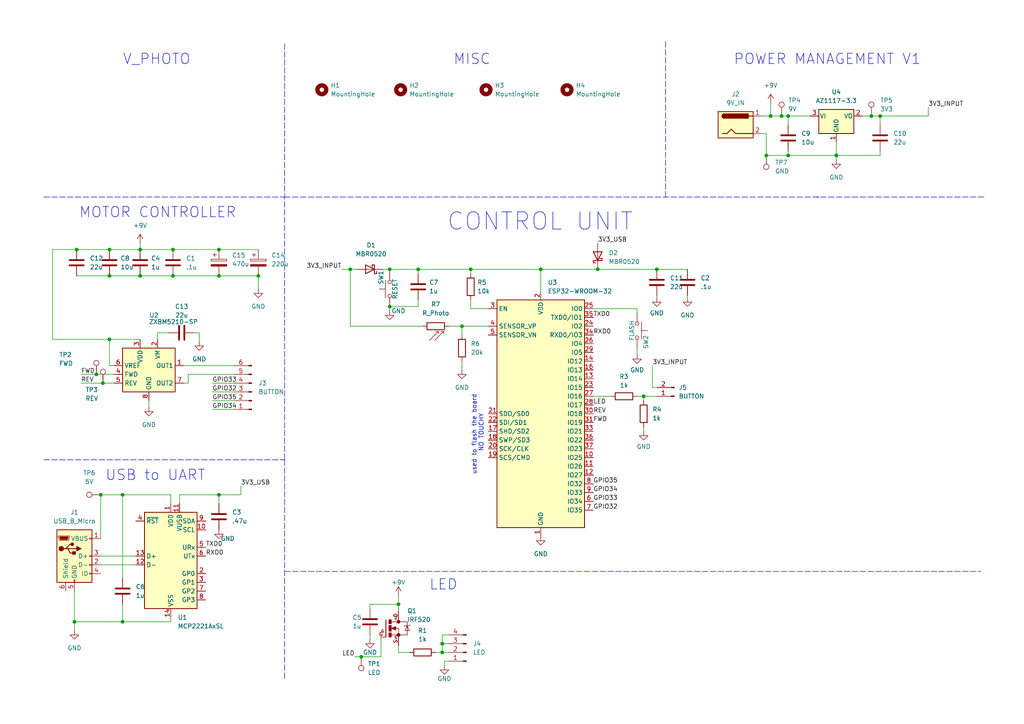
<source format=kicad_sch>
(kicad_sch (version 20211123) (generator eeschema)
  (paper "A4")
  (title_block (title "Smart Curtains") (date "2023-02-08") (rev "v0.0") (company "Davenport Konda Mauschbaugh Inc."))
  (lib_symbols
    (symbol "Connector:Barrel_Jack" (pin_names (offset 1.016))
      (property "Reference" "J" (at 0 5.334 0))
      (property "Value" "Barrel_Jack" (at 0 -5.08 0))
      (symbol "Barrel_Jack_0_1"
        (rectangle (start -5.08 3.81) (end 5.08 -3.81) (stroke (width 0.254)) (fill (type background)))
        (arc (start -3.302 3.175) (mid -3.937 2.54) (end -3.302 1.905) (stroke (width 0.254)))
        (arc (start -3.302 3.175) (mid -3.937 2.54) (end -3.302 1.905) (stroke (width 0.254)) (fill (type outline)))
        (polyline (pts (xy 5.08 2.54) (xy 3.81 2.54)) (stroke (width 0.254)))
        (polyline (pts (xy -3.81 -2.54) (xy -2.54 -2.54) (xy -1.27 -1.27) (xy 0 -2.54) (xy 2.54 -2.54) (xy 5.08 -2.54)) (stroke (width 0.254)))
        (rectangle (start 3.683 3.175) (end -3.302 1.905) (stroke (width 0.254)) (fill (type outline)))
      )
      (symbol "Barrel_Jack_1_1"
        (pin passive line (at 7.62 2.54 180) (length 2.54) (name "~") (number "1"))
        (pin passive line (at 7.62 -2.54 180) (length 2.54) (name "~") (number "2"))
      )
    )
    (symbol "Connector:Conn_01x02_Male" (pin_names (offset 1.016) hide)
      (property "Reference" "J" (at 0 2.54 0))
      (property "Value" "Conn_01x02_Male" (at 0 -5.08 0))
      (symbol "Conn_01x02_Male_1_1"
        (polyline (pts (xy 1.27 -2.54) (xy 0.8636 -2.54)) (stroke (width 0.1524)))
        (polyline (pts (xy 1.27 0) (xy 0.8636 0)) (stroke (width 0.1524)))
        (rectangle (start 0.8636 -2.413) (end 0 -2.667) (stroke (width 0.1524)) (fill (type outline)))
        (rectangle (start 0.8636 0.127) (end 0 -0.127) (stroke (width 0.1524)) (fill (type outline)))
        (pin passive line (at 5.08 0 180) (length 3.81) (name "Pin_1") (number "1"))
        (pin passive line (at 5.08 -2.54 180) (length 3.81) (name "Pin_2") (number "2"))
      )
    )
    (symbol "Connector:Conn_01x04_Male" (pin_names (offset 1.016) hide)
      (property "Reference" "J" (at 0 5.08 0))
      (property "Value" "Conn_01x04_Male" (at 0 -7.62 0))
      (symbol "Conn_01x04_Male_1_1"
        (polyline (pts (xy 1.27 -5.08) (xy 0.8636 -5.08)) (stroke (width 0.1524)))
        (polyline (pts (xy 1.27 -2.54) (xy 0.8636 -2.54)) (stroke (width 0.1524)))
        (polyline (pts (xy 1.27 0) (xy 0.8636 0)) (stroke (width 0.1524)))
        (polyline (pts (xy 1.27 2.54) (xy 0.8636 2.54)) (stroke (width 0.1524)))
        (rectangle (start 0.8636 -4.953) (end 0 -5.207) (stroke (width 0.1524)) (fill (type outline)))
        (rectangle (start 0.8636 -2.413) (end 0 -2.667) (stroke (width 0.1524)) (fill (type outline)))
        (rectangle (start 0.8636 0.127) (end 0 -0.127) (stroke (width 0.1524)) (fill (type outline)))
        (rectangle (start 0.8636 2.667) (end 0 2.413) (stroke (width 0.1524)) (fill (type outline)))
        (pin passive line (at 5.08 2.54 180) (length 3.81) (name "Pin_1") (number "1"))
        (pin passive line (at 5.08 0 180) (length 3.81) (name "Pin_2") (number "2"))
        (pin passive line (at 5.08 -2.54 180) (length 3.81) (name "Pin_3") (number "3"))
        (pin passive line (at 5.08 -5.08 180) (length 3.81) (name "Pin_4") (number "4"))
      )
    )
    (symbol "Connector:Conn_01x06_Male" (pin_names (offset 1.016) hide)
      (property "Reference" "J" (at 0 7.62 0))
      (property "Value" "Conn_01x06_Male" (at 0 -10.16 0))
      (symbol "Conn_01x06_Male_1_1"
        (polyline (pts (xy 1.27 -7.62) (xy 0.8636 -7.62)) (stroke (width 0.1524)))
        (polyline (pts (xy 1.27 -5.08) (xy 0.8636 -5.08)) (stroke (width 0.1524)))
        (polyline (pts (xy 1.27 -2.54) (xy 0.8636 -2.54)) (stroke (width 0.1524)))
        (polyline (pts (xy 1.27 0) (xy 0.8636 0)) (stroke (width 0.1524)))
        (polyline (pts (xy 1.27 2.54) (xy 0.8636 2.54)) (stroke (width 0.1524)))
        (polyline (pts (xy 1.27 5.08) (xy 0.8636 5.08)) (stroke (width 0.1524)))
        (rectangle (start 0.8636 -7.493) (end 0 -7.747) (stroke (width 0.1524)) (fill (type outline)))
        (rectangle (start 0.8636 -4.953) (end 0 -5.207) (stroke (width 0.1524)) (fill (type outline)))
        (rectangle (start 0.8636 -2.413) (end 0 -2.667) (stroke (width 0.1524)) (fill (type outline)))
        (rectangle (start 0.8636 0.127) (end 0 -0.127) (stroke (width 0.1524)) (fill (type outline)))
        (rectangle (start 0.8636 2.667) (end 0 2.413) (stroke (width 0.1524)) (fill (type outline)))
        (rectangle (start 0.8636 5.207) (end 0 4.953) (stroke (width 0.1524)) (fill (type outline)))
        (pin passive line (at 5.08 5.08 180) (length 3.81) (name "Pin_1") (number "1"))
        (pin passive line (at 5.08 2.54 180) (length 3.81) (name "Pin_2") (number "2"))
        (pin passive line (at 5.08 0 180) (length 3.81) (name "Pin_3") (number "3"))
        (pin passive line (at 5.08 -2.54 180) (length 3.81) (name "Pin_4") (number "4"))
        (pin passive line (at 5.08 -5.08 180) (length 3.81) (name "Pin_5") (number "5"))
        (pin passive line (at 5.08 -7.62 180) (length 3.81) (name "Pin_6") (number "6"))
      )
    )
    (symbol "Connector:TestPoint" (pin_numbers hide) (pin_names (offset 0.762) hide)
      (property "Reference" "TP" (at 0 6.858 0))
      (property "Value" "TestPoint" (at 0 5.08 0))
      (symbol "TestPoint_0_1"
        (circle (center 0 3.302) (radius 0.762))
      )
      (symbol "TestPoint_1_1"
        (pin passive line (at 0 0 90) (length 2.54) (name "1") (number "1"))
      )
    )
    (symbol "Connector:USB_B_Micro" (pin_names (offset 1.016))
      (property "Reference" "J" (at -5.08 11.43 0))
      (property "Value" "USB_B_Micro" (at -5.08 8.89 0))
      (symbol "USB_B_Micro_0_1"
        (rectangle (start -5.08 -7.62) (end 5.08 7.62) (stroke (width 0.254)) (fill (type background)))
        (circle (center -3.81 2.159) (radius 0.635) (stroke (width 0.254)) (fill (type outline)))
        (circle (center -0.635 3.429) (radius 0.381) (stroke (width 0.254)) (fill (type outline)))
        (rectangle (start -0.127 -7.62) (end 0.127 -6.858))
        (polyline (pts (xy -1.905 2.159) (xy 0.635 2.159)) (stroke (width 0.254)))
        (polyline (pts (xy -3.175 2.159) (xy -2.54 2.159) (xy -1.27 3.429) (xy -0.635 3.429)) (stroke (width 0.254)))
        (polyline (pts (xy -2.54 2.159) (xy -1.905 2.159) (xy -1.27 0.889) (xy 0 0.889)) (stroke (width 0.254)))
        (polyline (pts (xy 0.635 2.794) (xy 0.635 1.524) (xy 1.905 2.159) (xy 0.635 2.794)) (stroke (width 0.254)) (fill (type outline)))
        (polyline (pts (xy -4.318 5.588) (xy -1.778 5.588) (xy -2.032 4.826) (xy -4.064 4.826) (xy -4.318 5.588)) (fill (type outline)))
        (polyline (pts (xy -4.699 5.842) (xy -4.699 5.588) (xy -4.445 4.826) (xy -4.445 4.572) (xy -1.651 4.572) (xy -1.651 4.826) (xy -1.397 5.588) (xy -1.397 5.842) (xy -4.699 5.842)))
        (rectangle (start 0.254 1.27) (end -0.508 0.508) (stroke (width 0.254)) (fill (type outline)))
        (rectangle (start 5.08 -5.207) (end 4.318 -4.953))
        (rectangle (start 5.08 -2.667) (end 4.318 -2.413))
        (rectangle (start 5.08 -0.127) (end 4.318 0.127))
        (rectangle (start 5.08 4.953) (end 4.318 5.207))
      )
      (symbol "USB_B_Micro_1_1"
        (pin power_out line (at 7.62 5.08 180) (length 2.54) (name "VBUS") (number "1"))
        (pin bidirectional line (at 7.62 -2.54 180) (length 2.54) (name "D-") (number "2"))
        (pin bidirectional line (at 7.62 0 180) (length 2.54) (name "D+") (number "3"))
        (pin passive line (at 7.62 -5.08 180) (length 2.54) (name "ID") (number "4"))
        (pin power_out line (at 0 -10.16 90) (length 2.54) (name "GND") (number "5"))
        (pin passive line (at -2.54 -10.16 90) (length 2.54) (name "Shield") (number "6"))
      )
    )
    (symbol "Device:C" (pin_numbers hide) (pin_names (offset 0.254))
      (property "Reference" "C" (at 0.635 2.54 0))
      (property "Value" "C" (at 0.635 -2.54 0))
      (symbol "C_0_1"
        (polyline (pts (xy -2.032 -0.762) (xy 2.032 -0.762)) (stroke (width 0.508)))
        (polyline (pts (xy -2.032 0.762) (xy 2.032 0.762)) (stroke (width 0.508)))
      )
      (symbol "C_1_1"
        (pin passive line (at 0 3.81 270) (length 2.794) (name "~") (number "1"))
        (pin passive line (at 0 -3.81 90) (length 2.794) (name "~") (number "2"))
      )
    )
    (symbol "Device:C_Polarized" (pin_numbers hide) (pin_names (offset 0.254))
      (property "Reference" "C" (at 0.635 2.54 0))
      (property "Value" "C_Polarized" (at 0.635 -2.54 0))
      (symbol "C_Polarized_0_1"
        (rectangle (start -2.286 0.508) (end 2.286 1.016))
        (polyline (pts (xy -1.778 2.286) (xy -0.762 2.286)))
        (polyline (pts (xy -1.27 2.794) (xy -1.27 1.778)))
        (rectangle (start 2.286 -0.508) (end -2.286 -1.016) (fill (type outline)))
      )
      (symbol "C_Polarized_1_1"
        (pin passive line (at 0 3.81 270) (length 2.794) (name "~") (number "1"))
        (pin passive line (at 0 -3.81 90) (length 2.794) (name "~") (number "2"))
      )
    )
    (symbol "Device:R" (pin_numbers hide) (pin_names (offset 0))
      (property "Reference" "R" (at 2.032 0 90))
      (property "Value" "R" (at 0 0 90))
      (symbol "R_0_1"
        (rectangle (start -1.016 -2.54) (end 1.016 2.54) (stroke (width 0.254)))
      )
      (symbol "R_1_1"
        (pin passive line (at 0 3.81 270) (length 1.27) (name "~") (number "1"))
        (pin passive line (at 0 -3.81 90) (length 1.27) (name "~") (number "2"))
      )
    )
    (symbol "Device:R_Photo" (pin_numbers hide) (pin_names (offset 0))
      (property "Reference" "R" (at 1.27 1.27 0))
      (property "Value" "R_Photo" (at 1.27 0 0))
      (symbol "R_Photo_0_1"
        (rectangle (start -1.016 2.54) (end 1.016 -2.54) (stroke (width 0.254)))
        (polyline (pts (xy -1.524 -2.286) (xy -4.064 0.254)))
        (polyline (pts (xy -1.524 -2.286) (xy -2.286 -2.286)))
        (polyline (pts (xy -1.524 -2.286) (xy -1.524 -1.524)))
        (polyline (pts (xy -1.524 -0.762) (xy -4.064 1.778)))
        (polyline (pts (xy -1.524 -0.762) (xy -2.286 -0.762)))
        (polyline (pts (xy -1.524 -0.762) (xy -1.524 0)))
      )
      (symbol "R_Photo_1_1"
        (pin passive line (at 0 3.81 270) (length 1.27) (name "~") (number "1"))
        (pin passive line (at 0 -3.81 90) (length 1.27) (name "~") (number "2"))
      )
    )
    (symbol "Diode:MBR0520" (pin_numbers hide) (pin_names (offset 1.016) hide)
      (property "Reference" "D" (at 0 2.54 0))
      (property "Value" "MBR0520" (at 0 -2.54 0))
      (symbol "MBR0520_0_1"
        (polyline (pts (xy 1.27 0) (xy -1.27 0)))
        (polyline (pts (xy 1.27 1.27) (xy 1.27 -1.27) (xy -1.27 0) (xy 1.27 1.27)) (stroke (width 0.254)))
        (polyline (pts (xy -1.905 0.635) (xy -1.905 1.27) (xy -1.27 1.27) (xy -1.27 -1.27) (xy -0.635 -1.27) (xy -0.635 -0.635)) (stroke (width 0.254)))
      )
      (symbol "MBR0520_1_1"
        (pin passive line (at -3.81 0 0) (length 2.54) (name "K") (number "1"))
        (pin passive line (at 3.81 0 180) (length 2.54) (name "A") (number "2"))
      )
    )
    (symbol "Driver_Motor:ZXBM5210-SP"
      (property "Reference" "U" (at -7.62 8.89 0))
      (property "Value" "ZXBM5210-SP" (at 10.16 8.89 0))
      (symbol "ZXBM5210-SP_0_0"
        (pin output line (at 10.16 2.54 180) (length 2.54) (name "OUT1") (number "1"))
        (pin power_in line (at 2.54 10.16 270) (length 2.54) (name "VM") (number "2"))
        (pin power_in line (at -2.54 10.16 270) (length 2.54) (name "VDD") (number "3"))
        (pin input line (at -10.16 0 0) (length 2.54) (name "FWD") (number "4"))
        (pin input line (at -10.16 -2.54 0) (length 2.54) (name "REV") (number "5"))
        (pin input line (at -10.16 2.54 0) (length 2.54) (name "VREF") (number "6"))
        (pin output line (at 10.16 -2.54 180) (length 2.54) (name "OUT2") (number "7"))
        (pin power_in line (at 0 -7.62 90) (length 2.54) (name "GND") (number "8"))
        (pin passive line (at 0 -7.62 90) (length 2.54) hide (name "GND") (number "9"))
      )
      (symbol "ZXBM5210-SP_0_1"
        (rectangle (start -7.62 7.62) (end 7.62 -5.08) (stroke (width 0.254)) (fill (type background)))
      )
    )
    (symbol "IRF520:IRF520" (pin_names (offset 1.016))
      (property "Reference" "Q" (at 7.6271 2.5424 0))
      (property "Value" "IRF520" (at 7.6205 0 0))
      (symbol "IRF520_0_0"
        (rectangle (start -0.254 -2.5402) (end 0.508 -1.27) (stroke (width 0.1)) (fill (type outline)))
        (rectangle (start -0.2542 -0.8897) (end 0.508 0.889) (stroke (width 0.1)) (fill (type outline)))
        (rectangle (start -0.2542 1.2709) (end 0.508 2.54) (stroke (width 0.1)) (fill (type outline)))
        (polyline (pts (xy -1.1176 -2.54) (xy -2.54 -2.54)) (stroke (width 0.1524)))
        (polyline (pts (xy -1.1176 2.413) (xy -1.1176 -2.54)) (stroke (width 0.254)))
        (polyline (pts (xy 0.508 -1.905) (xy 2.54 -1.905)) (stroke (width 0.1524)))
        (polyline (pts (xy 0.508 0) (xy 1.778 -0.508)) (stroke (width 0.1524)))
        (polyline (pts (xy 0.762 0) (xy 1.651 -0.254)) (stroke (width 0.3048)))
        (polyline (pts (xy 1.651 -0.254) (xy 1.651 0)) (stroke (width 0.3048)))
        (polyline (pts (xy 1.651 0) (xy 1.397 0)) (stroke (width 0.3048)))
        (polyline (pts (xy 1.651 0) (xy 2.54 0)) (stroke (width 0.1524)))
        (polyline (pts (xy 1.651 0.254) (xy 0.762 0)) (stroke (width 0.3048)))
        (polyline (pts (xy 1.778 -0.508) (xy 1.778 0.508)) (stroke (width 0.1524)))
        (polyline (pts (xy 1.778 0.508) (xy 0.508 0)) (stroke (width 0.1524)))
        (polyline (pts (xy 2.54 -1.905) (xy 2.54 -2.54)) (stroke (width 0.1524)))
        (polyline (pts (xy 2.54 0) (xy 2.54 -1.905)) (stroke (width 0.1524)))
        (polyline (pts (xy 2.54 1.905) (xy 0.5334 1.905)) (stroke (width 0.1524)))
        (polyline (pts (xy 2.54 1.905) (xy 5.08 1.905)) (stroke (width 0.1524)))
        (polyline (pts (xy 2.54 2.54) (xy 2.54 1.905)) (stroke (width 0.1524)))
        (polyline (pts (xy 4.445 -0.635) (xy 5.715 -0.635)) (stroke (width 0.1524)))
        (polyline (pts (xy 4.445 0.762) (xy 4.191 0.508)) (stroke (width 0.1524)))
        (polyline (pts (xy 4.445 0.762) (xy 5.08 0.762)) (stroke (width 0.1524)))
        (polyline (pts (xy 5.08 -1.905) (xy 2.54 -1.905)) (stroke (width 0.1524)))
        (polyline (pts (xy 5.08 0.762) (xy 4.445 -0.635)) (stroke (width 0.1524)))
        (polyline (pts (xy 5.08 0.762) (xy 5.08 -1.905)) (stroke (width 0.1524)))
        (polyline (pts (xy 5.08 0.762) (xy 5.715 0.762)) (stroke (width 0.1524)))
        (polyline (pts (xy 5.08 1.905) (xy 5.08 0.762)) (stroke (width 0.1524)))
        (polyline (pts (xy 5.715 -0.635) (xy 5.08 0.762)) (stroke (width 0.1524)))
        (polyline (pts (xy 5.715 0.762) (xy 5.969 1.016)) (stroke (width 0.1524)))
        (circle (center 2.54 -1.905) (radius 0.127) (stroke (width 0.4064)))
        (circle (center 2.54 1.905) (radius 0.127) (stroke (width 0.4064)))
        (text "D" (at 1.2721 2.5442 0) (effects (font (size 0.8141 0.8141)) (justify left bottom)))
        (text "G" (at -2.544 -1.272 0) (effects (font (size 0.8141 0.8141)) (justify left bottom)))
        (text "S" (at 1.2715 -3.1788 0) (effects (font (size 0.8138 0.8138)) (justify left bottom)))
        (pin passive line (at 2.54 5.08 270) (length 2.54) (name "~") (number "D"))
        (pin passive line (at -2.54 -2.54 0) (length 0) (name "~") (number "G"))
        (pin passive line (at 2.54 -5.08 90) (length 2.54) (name "~") (number "S"))
      )
    )
    (symbol "Interface_USB:MCP2221AxSL"
      (property "Reference" "U" (at -7.62 16.51 0))
      (property "Value" "MCP2221AxSL" (at 12.7 16.51 0))
      (symbol "MCP2221AxSL_0_1"
        (rectangle (start -7.62 15.24) (end 7.62 -12.7) (stroke (width 0.254)) (fill (type background)))
      )
      (symbol "MCP2221AxSL_1_1"
        (pin power_in line (at 0 17.78 270) (length 2.54) (name "VDD") (number "1"))
        (pin bidirectional line (at 10.16 10.16 180) (length 2.54) (name "SCL") (number "10"))
        (pin passive line (at 2.54 17.78 270) (length 2.54) (name "VUSB") (number "11"))
        (pin bidirectional line (at -10.16 0 0) (length 2.54) (name "D-") (number "12"))
        (pin bidirectional line (at -10.16 2.54 0) (length 2.54) (name "D+") (number "13"))
        (pin power_in line (at 0 -15.24 90) (length 2.54) (name "VSS") (number "14"))
        (pin bidirectional line (at 10.16 -2.54 180) (length 2.54) (name "GP0") (number "2"))
        (pin bidirectional line (at 10.16 -5.08 180) (length 2.54) (name "GP1") (number "3"))
        (pin input line (at -10.16 12.7 0) (length 2.54) (name "~{RST}") (number "4"))
        (pin input line (at 10.16 5.08 180) (length 2.54) (name "URx") (number "5"))
        (pin output line (at 10.16 2.54 180) (length 2.54) (name "UTx") (number "6"))
        (pin bidirectional line (at 10.16 -7.62 180) (length 2.54) (name "GP2") (number "7"))
        (pin bidirectional line (at 10.16 -10.16 180) (length 2.54) (name "GP3") (number "8"))
        (pin bidirectional line (at 10.16 12.7 180) (length 2.54) (name "SDA") (number "9"))
      )
    )
    (symbol "Mechanical:MountingHole" (pin_names (offset 1.016))
      (property "Reference" "H" (at 0 5.08 0))
      (property "Value" "MountingHole" (at 0 3.175 0))
      (symbol "MountingHole_0_1"
        (circle (center 0 0) (radius 1.27) (stroke (width 1.27)))
      )
    )
    (symbol "RF_Module:ESP32-WROOM-32"
      (property "Reference" "U" (at -12.7 34.29 0))
      (property "Value" "ESP32-WROOM-32" (at 1.27 34.29 0))
      (symbol "ESP32-WROOM-32_0_1"
        (rectangle (start -12.7 33.02) (end 12.7 -33.02) (stroke (width 0.254)) (fill (type background)))
      )
      (symbol "ESP32-WROOM-32_1_1"
        (pin power_in line (at 0 -35.56 90) (length 2.54) (name "GND") (number "1"))
        (pin bidirectional line (at 15.24 -12.7 180) (length 2.54) (name "IO25") (number "10"))
        (pin bidirectional line (at 15.24 -15.24 180) (length 2.54) (name "IO26") (number "11"))
        (pin bidirectional line (at 15.24 -17.78 180) (length 2.54) (name "IO27") (number "12"))
        (pin bidirectional line (at 15.24 10.16 180) (length 2.54) (name "IO14") (number "13"))
        (pin bidirectional line (at 15.24 15.24 180) (length 2.54) (name "IO12") (number "14"))
        (pin passive line (at 0 -35.56 90) (length 2.54) hide (name "GND") (number "15"))
        (pin bidirectional line (at 15.24 12.7 180) (length 2.54) (name "IO13") (number "16"))
        (pin bidirectional line (at -15.24 -5.08 0) (length 2.54) (name "SHD/SD2") (number "17"))
        (pin bidirectional line (at -15.24 -7.62 0) (length 2.54) (name "SWP/SD3") (number "18"))
        (pin bidirectional line (at -15.24 -12.7 0) (length 2.54) (name "SCS/CMD") (number "19"))
        (pin power_in line (at 0 35.56 270) (length 2.54) (name "VDD") (number "2"))
        (pin bidirectional line (at -15.24 -10.16 0) (length 2.54) (name "SCK/CLK") (number "20"))
        (pin bidirectional line (at -15.24 0 0) (length 2.54) (name "SDO/SD0") (number "21"))
        (pin bidirectional line (at -15.24 -2.54 0) (length 2.54) (name "SDI/SD1") (number "22"))
        (pin bidirectional line (at 15.24 7.62 180) (length 2.54) (name "IO15") (number "23"))
        (pin bidirectional line (at 15.24 25.4 180) (length 2.54) (name "IO2") (number "24"))
        (pin bidirectional line (at 15.24 30.48 180) (length 2.54) (name "IO0") (number "25"))
        (pin bidirectional line (at 15.24 20.32 180) (length 2.54) (name "IO4") (number "26"))
        (pin bidirectional line (at 15.24 5.08 180) (length 2.54) (name "IO16") (number "27"))
        (pin bidirectional line (at 15.24 2.54 180) (length 2.54) (name "IO17") (number "28"))
        (pin bidirectional line (at 15.24 17.78 180) (length 2.54) (name "IO5") (number "29"))
        (pin input line (at -15.24 30.48 0) (length 2.54) (name "EN") (number "3"))
        (pin bidirectional line (at 15.24 0 180) (length 2.54) (name "IO18") (number "30"))
        (pin bidirectional line (at 15.24 -2.54 180) (length 2.54) (name "IO19") (number "31"))
        (pin no_connect line (at -12.7 -27.94 0) (length 2.54) hide (name "NC") (number "32"))
        (pin bidirectional line (at 15.24 -5.08 180) (length 2.54) (name "IO21") (number "33"))
        (pin bidirectional line (at 15.24 22.86 180) (length 2.54) (name "RXD0/IO3") (number "34"))
        (pin bidirectional line (at 15.24 27.94 180) (length 2.54) (name "TXD0/IO1") (number "35"))
        (pin bidirectional line (at 15.24 -7.62 180) (length 2.54) (name "IO22") (number "36"))
        (pin bidirectional line (at 15.24 -10.16 180) (length 2.54) (name "IO23") (number "37"))
        (pin passive line (at 0 -35.56 90) (length 2.54) hide (name "GND") (number "38"))
        (pin passive line (at 0 -35.56 90) (length 2.54) hide (name "GND") (number "39"))
        (pin input line (at -15.24 25.4 0) (length 2.54) (name "SENSOR_VP") (number "4"))
        (pin input line (at -15.24 22.86 0) (length 2.54) (name "SENSOR_VN") (number "5"))
        (pin input line (at 15.24 -25.4 180) (length 2.54) (name "IO34") (number "6"))
        (pin input line (at 15.24 -27.94 180) (length 2.54) (name "IO35") (number "7"))
        (pin bidirectional line (at 15.24 -20.32 180) (length 2.54) (name "IO32") (number "8"))
        (pin bidirectional line (at 15.24 -22.86 180) (length 2.54) (name "IO33") (number "9"))
      )
    )
    (symbol "Regulator_Linear:AZ1117-3.3" (pin_names (offset 0.254))
      (property "Reference" "U" (at -3.81 3.175 0))
      (property "Value" "AZ1117-3.3" (at 0 3.175 0))
      (symbol "AZ1117-3.3_0_1"
        (rectangle (start -5.08 1.905) (end 5.08 -5.08) (stroke (width 0.254)) (fill (type background)))
      )
      (symbol "AZ1117-3.3_1_1"
        (pin power_in line (at 0 -7.62 90) (length 2.54) (name "GND") (number "1"))
        (pin power_out line (at 7.62 0 180) (length 2.54) (name "VO") (number "2"))
        (pin power_in line (at -7.62 0 0) (length 2.54) (name "VI") (number "3"))
      )
    )
    (symbol "Switch:SW_Push" (pin_numbers hide) (pin_names (offset 1.016) hide)
      (property "Reference" "SW" (at 1.27 2.54 0))
      (property "Value" "SW_Push" (at 0 -1.524 0))
      (symbol "SW_Push_0_1"
        (circle (center -2.032 0) (radius 0.508))
        (polyline (pts (xy 0 1.27) (xy 0 3.048)))
        (polyline (pts (xy 2.54 1.27) (xy -2.54 1.27)))
        (circle (center 2.032 0) (radius 0.508))
        (pin passive line (at -5.08 0 0) (length 2.54) (name "1") (number "1"))
        (pin passive line (at 5.08 0 180) (length 2.54) (name "2") (number "2"))
      )
    )
    (symbol "power:+9V" (power) (pin_names (offset 0))
      (property "Value" "+9V" (at 0 3.556 0))
      (symbol "+9V_0_1"
        (polyline (pts (xy -0.762 1.27) (xy 0 2.54)))
        (polyline (pts (xy 0 0) (xy 0 2.54)))
        (polyline (pts (xy 0 2.54) (xy 0.762 1.27)))
      )
      (symbol "+9V_1_1"
        (pin power_in line (at 0 0 90) (length 0) hide (name "+9V") (number "1"))
      )
    )
    (symbol "power:GND" (power) (pin_names (offset 0))
      (property "Value" "GND" (at 0 -3.81 0))
      (symbol "GND_0_1"
        (polyline (pts (xy 0 0) (xy 0 -1.27) (xy 1.27 -1.27) (xy 0 -2.54) (xy -1.27 -1.27) (xy 0 -1.27)))
      )
      (symbol "GND_1_1"
        (pin power_in line (at 0 0 270) (length 0) hide (name "GND") (number "1"))
      )
    )
  )
  (junction (at 223.52 33.655))
  (junction (at 242.57 45.085))
  (junction (at 133.985 94.615))
  (junction (at 63.5 143.51))
  (junction (at 50.165 72.39))
  (junction (at 50.165 80.01))
  (junction (at 113.03 78.105))
  (junction (at 136.525 78.105))
  (junction (at 226.695 33.655))
  (junction (at 63.5 80.01))
  (junction (at 31.75 72.39))
  (junction (at 101.6 78.105))
  (junction (at 156.845 78.105))
  (junction (at 35.56 143.51))
  (junction (at 128.27 189.23))
  (junction (at 121.285 78.105))
  (junction (at 104.775 190.5))
  (junction (at 173.355 78.105))
  (junction (at 31.75 80.01))
  (junction (at 228.6 45.085))
  (junction (at 29.21 143.51))
  (junction (at 35.56 180.34))
  (junction (at 31.75 98.425))
  (junction (at 40.64 72.39))
  (junction (at 222.25 45.085))
  (junction (at 255.27 33.655))
  (junction (at 252.73 33.655))
  (junction (at 228.6 33.655))
  (junction (at 128.27 186.69))
  (junction (at 186.69 114.935))
  (junction (at 115.57 175.26))
  (junction (at 21.59 180.34))
  (junction (at 190.5 78.105))
  (junction (at 27.94 108.585))
  (junction (at 40.64 80.01))
  (junction (at 63.5 72.39))
  (junction (at 113.03 88.9))
  (junction (at 74.93 80.01))
  (junction (at 29.845 111.125))
  (junction (at 22.225 72.39))
  (wire (pts (xy 40.64 80.01) (xy 50.165 80.01)))
  (wire (pts (xy 186.69 114.935) (xy 190.5 114.935)))
  (wire (pts (xy 31.75 106.045) (xy 33.02 106.045)))
  (wire (pts (xy 255.27 33.655) (xy 255.27 36.195)))
  (wire (pts (xy 63.5 80.01) (xy 74.93 80.01)))
  (wire (pts (xy 31.75 72.39) (xy 40.64 72.39)))
  (wire (pts (xy 172.085 114.935) (xy 177.165 114.935)))
  (wire (pts (xy 101.6 78.105) (xy 103.505 78.105)))
  (wire (pts (xy 29.845 111.125) (xy 33.02 111.125)))
  (wire (pts (xy 242.57 45.085) (xy 242.57 46.355)))
  (wire (pts (xy 29.21 163.83) (xy 39.37 163.83)))
  (wire (pts (xy 184.785 89.535) (xy 184.785 90.805)))
  (wire (pts (xy 69.85 140.97) (xy 69.85 143.51)))
  (wire (pts (xy 190.5 78.105) (xy 199.39 78.105)))
  (wire (pts (xy 113.03 88.9) (xy 113.03 90.17)))
  (wire (pts (xy 15.24 98.425) (xy 31.75 98.425)))
  (wire (pts (xy 130.175 186.69) (xy 128.27 186.69)))
  (wire (pts (xy 141.605 89.535) (xy 136.525 89.535)))
  (wire (pts (xy 113.03 78.105) (xy 113.03 78.74)))
  (wire (pts (xy 133.985 94.615) (xy 141.605 94.615)))
  (polyline (pts (xy 193.04 12.065) (xy 193.04 57.15)))
  (wire (pts (xy 63.5 146.05) (xy 63.5 143.51)))
  (wire (pts (xy 45.72 96.52) (xy 48.895 96.52)))
  (polyline (pts (xy 82.55 165.735) (xy 284.48 165.735)))
  (wire (pts (xy 29.21 161.29) (xy 39.37 161.29)))
  (wire (pts (xy 52.07 146.05) (xy 52.07 143.51)))
  (wire (pts (xy 173.355 78.105) (xy 190.5 78.105)))
  (wire (pts (xy 99.06 78.105) (xy 101.6 78.105)))
  (wire (pts (xy 40.64 72.39) (xy 50.165 72.39)))
  (wire (pts (xy 128.27 189.23) (xy 130.175 189.23)))
  (wire (pts (xy 101.6 78.105) (xy 101.6 94.615)))
  (wire (pts (xy 50.165 72.39) (xy 63.5 72.39)))
  (wire (pts (xy 189.23 106.045) (xy 189.23 112.395)))
  (wire (pts (xy 111.125 78.105) (xy 113.03 78.105)))
  (wire (pts (xy 121.285 88.9) (xy 121.285 86.995)))
  (wire (pts (xy 156.845 78.105) (xy 173.355 78.105)))
  (polyline (pts (xy 82.55 57.15) (xy 285.75 57.15)))
  (wire (pts (xy 40.64 70.485) (xy 40.64 72.39)))
  (wire (pts (xy 128.27 184.15) (xy 130.175 184.15)))
  (wire (pts (xy 228.6 45.085) (xy 242.57 45.085)))
  (wire (pts (xy 136.525 78.105) (xy 136.525 79.375)))
  (wire (pts (xy 102.87 190.5) (xy 104.775 190.5)))
  (wire (pts (xy 115.57 175.26) (xy 107.315 175.26)))
  (wire (pts (xy 172.085 89.535) (xy 184.785 89.535)))
  (wire (pts (xy 190.5 112.395) (xy 189.23 112.395)))
  (wire (pts (xy 199.39 85.725) (xy 199.39 86.36)))
  (wire (pts (xy 35.56 143.51) (xy 35.56 167.64)))
  (wire (pts (xy 23.495 111.125) (xy 29.845 111.125)))
  (wire (pts (xy 242.57 45.085) (xy 255.27 45.085)))
  (wire (pts (xy 184.785 100.965) (xy 184.785 102.87)))
  (wire (pts (xy 228.6 33.655) (xy 234.95 33.655)))
  (wire (pts (xy 130.175 94.615) (xy 133.985 94.615)))
  (wire (pts (xy 53.34 111.125) (xy 54.61 111.125)))
  (wire (pts (xy 115.57 189.23) (xy 118.745 189.23)))
  (wire (pts (xy 23.495 108.585) (xy 27.94 108.585)))
  (wire (pts (xy 184.785 114.935) (xy 186.69 114.935)))
  (wire (pts (xy 15.24 72.39) (xy 15.24 98.425)))
  (wire (pts (xy 107.315 175.26) (xy 107.315 176.53)))
  (wire (pts (xy 128.905 193.04) (xy 128.905 191.77)))
  (wire (pts (xy 56.515 96.52) (xy 57.785 96.52)))
  (wire (pts (xy 156.845 78.105) (xy 136.525 78.105)))
  (wire (pts (xy 121.285 78.105) (xy 121.285 79.375)))
  (wire (pts (xy 255.27 43.815) (xy 255.27 45.085)))
  (wire (pts (xy 21.59 180.34) (xy 35.56 180.34)))
  (wire (pts (xy 54.61 111.125) (xy 54.61 108.585)))
  (wire (pts (xy 255.27 33.655) (xy 269.24 33.655)))
  (wire (pts (xy 133.985 104.775) (xy 133.985 107.315)))
  (wire (pts (xy 104.775 190.5) (xy 110.49 190.5)))
  (wire (pts (xy 228.6 43.815) (xy 228.6 45.085)))
  (wire (pts (xy 186.69 123.825) (xy 186.69 125.095)))
  (wire (pts (xy 49.53 143.51) (xy 49.53 146.05)))
  (wire (pts (xy 156.845 78.105) (xy 156.845 84.455)))
  (wire (pts (xy 220.98 33.655) (xy 223.52 33.655)))
  (wire (pts (xy 128.905 191.77) (xy 130.175 191.77)))
  (wire (pts (xy 115.57 172.72) (xy 115.57 175.26)))
  (wire (pts (xy 21.59 180.34) (xy 21.59 182.88)))
  (wire (pts (xy 128.27 186.69) (xy 128.27 184.15)))
  (wire (pts (xy 223.52 33.655) (xy 226.695 33.655)))
  (wire (pts (xy 27.94 108.585) (xy 33.02 108.585)))
  (wire (pts (xy 52.07 143.51) (xy 63.5 143.51)))
  (wire (pts (xy 22.225 72.39) (xy 15.24 72.39)))
  (wire (pts (xy 101.6 94.615) (xy 122.555 94.615)))
  (wire (pts (xy 63.5 72.39) (xy 74.93 72.39)))
  (wire (pts (xy 35.56 143.51) (xy 49.53 143.51)))
  (wire (pts (xy 31.75 98.425) (xy 40.64 98.425)))
  (wire (pts (xy 121.285 78.105) (xy 136.525 78.105)))
  (wire (pts (xy 115.57 175.26) (xy 115.57 177.165)))
  (wire (pts (xy 50.165 80.01) (xy 63.5 80.01)))
  (wire (pts (xy 250.19 33.655) (xy 252.73 33.655)))
  (wire (pts (xy 220.98 38.735) (xy 222.25 38.735)))
  (wire (pts (xy 226.695 33.655) (xy 228.6 33.655)))
  (polyline (pts (xy 12.7 133.35) (xy 82.55 133.35)))
  (wire (pts (xy 61.595 113.665) (xy 67.945 113.665)))
  (wire (pts (xy 29.21 143.51) (xy 35.56 143.51)))
  (wire (pts (xy 31.75 98.425) (xy 31.75 106.045)))
  (wire (pts (xy 107.315 184.15) (xy 107.315 185.42)))
  (polyline (pts (xy 236.855 57.15) (xy 237.49 57.15)))
  (wire (pts (xy 190.5 85.725) (xy 190.5 86.36)))
  (wire (pts (xy 252.73 33.655) (xy 255.27 33.655)))
  (wire (pts (xy 57.785 96.52) (xy 57.785 99.06)))
  (wire (pts (xy 43.18 116.205) (xy 43.18 118.11)))
  (wire (pts (xy 54.61 108.585) (xy 67.945 108.585)))
  (wire (pts (xy 156.845 77.47) (xy 156.845 78.105)))
  (wire (pts (xy 133.985 94.615) (xy 133.985 97.155)))
  (polyline (pts (xy 12.7 57.15) (xy 82.55 57.15)))
  (wire (pts (xy 61.595 111.125) (xy 67.945 111.125)))
  (wire (pts (xy 115.57 187.325) (xy 115.57 189.23)))
  (wire (pts (xy 222.25 45.085) (xy 228.6 45.085)))
  (polyline (pts (xy 82.55 12.7) (xy 82.55 133.35)))
  (wire (pts (xy 126.365 189.23) (xy 128.27 189.23)))
  (wire (pts (xy 22.225 72.39) (xy 31.75 72.39)))
  (wire (pts (xy 222.25 38.735) (xy 222.25 45.085)))
  (wire (pts (xy 186.69 114.935) (xy 186.69 116.205)))
  (wire (pts (xy 31.75 80.01) (xy 40.64 80.01)))
  (wire (pts (xy 110.49 184.785) (xy 110.49 190.5)))
  (wire (pts (xy 49.53 180.34) (xy 49.53 179.07)))
  (wire (pts (xy 21.59 171.45) (xy 21.59 180.34)))
  (wire (pts (xy 35.56 175.26) (xy 35.56 180.34)))
  (wire (pts (xy 63.5 143.51) (xy 69.85 143.51)))
  (wire (pts (xy 22.225 80.01) (xy 31.75 80.01)))
  (wire (pts (xy 269.24 31.115) (xy 269.24 33.655)))
  (wire (pts (xy 29.21 156.21) (xy 29.21 143.51)))
  (wire (pts (xy 128.27 186.69) (xy 128.27 189.23)))
  (wire (pts (xy 242.57 41.275) (xy 242.57 45.085)))
  (wire (pts (xy 53.34 106.045) (xy 67.945 106.045)))
  (polyline (pts (xy 82.55 133.35) (xy 82.55 196.85)))
  (wire (pts (xy 35.56 180.34) (xy 49.53 180.34)))
  (wire (pts (xy 121.285 78.105) (xy 113.03 78.105)))
  (wire (pts (xy 113.03 88.9) (xy 121.285 88.9)))
  (wire (pts (xy 74.93 80.01) (xy 74.93 83.82)))
  (wire (pts (xy 61.595 118.745) (xy 67.945 118.745)))
  (wire (pts (xy 228.6 33.655) (xy 228.6 36.195)))
  (wire (pts (xy 45.72 98.425) (xy 45.72 96.52)))
  (wire (pts (xy 223.52 29.845) (xy 223.52 33.655)))
  (wire (pts (xy 61.595 116.205) (xy 67.945 116.205)))
  (wire (pts (xy 136.525 86.995) (xy 136.525 89.535)))
  (text "V_PHOTO" (at 35.56 19.05 0) (effects (font (size 3 3)) (justify left bottom)))
  (text "used to flash the board\n	  NO TOUCHY" (at 140.335 137.795 90) (effects (font (size 1.27 1.27)) (justify left bottom)))
  (text "LED" (at 124.46 171.45 0) (effects (font (size 3 3)) (justify left bottom)))
  (text "POWER MANAGEMENT V1" (at 212.725 19.05 0) (effects (font (size 3 3)) (justify left bottom)))
  (text "CONTROL UNIT" (at 129.54 67.31 0) (effects (font (size 5 5)) (justify left bottom)))
  (text "MOTOR CONTROLLER" (at 22.86 63.5 0) (effects (font (size 3 3)) (justify left bottom)))
  (text "MISC" (at 131.445 19.05 0) (effects (font (size 3 3)) (justify left bottom)))
  (text "USB to UART" (at 30.48 139.7 0) (effects (font (size 3 3)) (justify left bottom)))
  (label "3V3_INPUT" (at 189.23 106.045 0))
  (label "FWD" (at 172.085 122.555 0))
  (label "LED" (at 172.085 117.475 0))
  (label "GPIO32" (at 61.595 113.665 0))
  (label "GPIO34" (at 172.085 142.875 0))
  (label "3V3_USB" (at 69.85 140.97 0))
  (label "TXD0" (at 172.085 92.075 0))
  (label "LED" (at 102.87 190.5 180))
  (label "GPIO35" (at 172.085 140.335 0))
  (label "GPIO34" (at 61.595 118.745 0))
  (label "REV" (at 172.085 120.015 0))
  (label "3V3_INPUT" (at 99.06 78.105 180))
  (label "GPIO33" (at 172.085 145.415 0))
  (label "GPIO35" (at 61.595 116.205 0))
  (label "TXD0" (at 59.69 158.75 0))
  (label "GPIO33" (at 61.595 111.125 0))
  (label "3V3_INPUT" (at 269.24 31.115 0))
  (label "FWD" (at 23.495 108.585 0))
  (label "RXD0" (at 172.085 97.155 0))
  (label "RXD0" (at 59.69 161.29 0))
  (label "GPIO32" (at 172.085 147.955 0))
  (label "REV" (at 23.495 111.125 0))
  (label "3V3_USB" (at 173.355 70.485 0))
  (symbol (lib_id "Regulator_Linear:AZ1117-3.3") (at 242.57 33.655 0) (unit 1)
    (property "Reference" "U4" (at 242.57 26.67 0))
    (property "Value" "AZ1117-3.3" (at 242.57 29.21 0))
    (property "Footprint" "Package_TO_SOT_SMD:SOT-89-3_Handsoldering" (effects hide))
    (property "Datasheet" "https://www.diodes.com/assets/Datasheets/AZ1117.pdf" (effects hide))
  )
  (symbol (lib_id "power:GND") (at 186.69 125.095 0) (unit 1)
    (property "Reference" "#PWR0102" (effects hide))
    (property "Value" "GND" (at 186.69 129.54 0))
  )
  (symbol (lib_id "power:GND") (at 128.905 193.04 0) (unit 1)
    (property "Reference" "#PWR017" (effects hide))
    (property "Value" "GND" (at 128.905 196.85 0))
  )
  (symbol (lib_id "Diode:MBR0520") (at 173.355 74.295 90) (unit 1)
    (property "Reference" "D2" (at 176.53 73.3424 90) (effects (justify right)))
    (property "Value" "MBR0520" (at 176.53 75.8824 90) (effects (justify right)))
    (property "Footprint" "Diode_SMD:D_SOD-123" (effects hide))
    (property "Datasheet" "http://www.mccsemi.com/up_pdf/MBR0520~MBR0580(SOD123).pdf" (effects hide))
  )
  (symbol (lib_id "power:GND") (at 242.57 46.355 0) (unit 1)
    (property "Reference" "#PWR026" (effects hide))
    (property "Value" "GND" (at 242.57 51.435 0))
  )
  (symbol (lib_id "power:GND") (at 21.59 182.88 0) (unit 1)
    (property "Reference" "#PWR03" (effects hide))
    (property "Value" "GND" (at 21.59 187.96 0))
  )
  (symbol (lib_id "Switch:SW_Push") (at 184.785 95.885 270) (unit 1)
    (property "Reference" "SW2" (at 187.325 97.155 0) (effects (justify left)))
    (property "Value" "FLASH" (at 183.261 95.885 0))
    (property "Footprint" "Button_Switch_THT:SW_PUSH_6mm" (effects hide))
  )
  (symbol (lib_id "power:GND") (at 57.785 99.06 0) (unit 1)
    (property "Reference" "#PWR05" (effects hide))
    (property "Value" "GND" (at 57.785 104.14 0))
  )
  (symbol (lib_id "power:+9V") (at 40.64 70.485 0) (unit 1)
    (property "Reference" "#PWR06" (effects hide))
    (property "Value" "+9V" (at 40.64 65.405 0))
  )
  (symbol (lib_id "Device:C") (at 35.56 171.45 0) (unit 1)
    (property "Reference" "C6" (at 39.37 170.1799 0) (effects (justify left)))
    (property "Value" "1u" (at 39.37 172.7199 0) (effects (justify left)))
    (property "Footprint" "Capacitor_SMD:C_0805_2012Metric_Pad1.18x1.45mm_HandSolder" (effects hide))
  )
  (symbol (lib_id "Device:C") (at 22.225 76.2 0) (unit 1)
    (property "Reference" "C12" (at 26.035 74.9299 0) (effects (justify left)))
    (property "Value" "22u" (at 26.035 77.4699 0) (effects (justify left)))
    (property "Footprint" "Capacitor_SMD:C_0805_2012Metric_Pad1.18x1.45mm_HandSolder" (effects hide))
  )
  (symbol (lib_id "Device:C_Polarized") (at 74.93 76.2 0) (unit 1)
    (property "Reference" "C14" (at 78.74 74.0409 0) (effects (justify left)))
    (property "Value" "220u" (at 78.74 76.5809 0) (effects (justify left)))
    (property "Footprint" "Capacitor_THT:CP_Radial_D8.0mm_P3.50mm" (effects hide))
  )
  (symbol (lib_id "Device:C_Polarized") (at 63.5 76.2 0) (unit 1)
    (property "Reference" "C15" (at 67.31 74.0409 0) (effects (justify left)))
    (property "Value" "470u" (at 67.31 76.5809 0) (effects (justify left)))
    (property "Footprint" "Capacitor_THT:CP_Radial_D10.0mm_P5.00mm" (effects hide))
  )
  (symbol (lib_id "power:GND") (at 156.845 155.575 0) (unit 1)
    (property "Reference" "#PWR020" (effects hide))
    (property "Value" "GND" (at 156.845 160.655 0))
  )
  (symbol (lib_id "power:+9V") (at 115.57 172.72 0) (unit 1)
    (property "Reference" "#PWR012" (effects hide))
    (property "Value" "+9V" (at 115.57 168.91 0))
  )
  (symbol (lib_id "Connector:TestPoint") (at 226.695 33.655 0) (unit 1)
    (property "Reference" "TP4" (at 228.6 29.0829 0) (effects (justify left)))
    (property "Value" "9V" (at 228.6 31.6229 0) (effects (justify left)))
    (property "Footprint" "TestPoint:TestPoint_Pad_2.5x2.5mm" (effects hide))
  )
  (symbol (lib_id "Device:C") (at 121.285 83.185 0) (unit 1)
    (property "Reference" "C7" (at 124.46 81.9149 0) (effects (justify left)))
    (property "Value" "1u" (at 124.46 84.4549 0) (effects (justify left)))
    (property "Footprint" "Capacitor_SMD:C_0805_2012Metric_Pad1.18x1.45mm_HandSolder" (effects hide))
  )
  (symbol (lib_id "Mechanical:MountingHole") (at 116.205 26.035 0) (unit 1)
    (property "Reference" "H2" (at 118.745 24.7649 0) (effects (justify left)))
    (property "Value" "MountingHole" (at 118.745 27.305 0) (effects (justify left)))
    (property "Footprint" "MountingHole:MountingHole_3.2mm_M3" (effects hide))
  )
  (symbol (lib_id "Mechanical:MountingHole") (at 140.97 26.035 0) (unit 1)
    (property "Reference" "H3" (at 143.51 24.7649 0) (effects (justify left)))
    (property "Value" "MountingHole" (at 143.51 27.3049 0) (effects (justify left)))
    (property "Footprint" "MountingHole:MountingHole_3.2mm_M3" (effects hide))
  )
  (symbol (lib_id "Connector:Conn_01x04_Male") (at 135.255 189.23 180) (unit 1)
    (property "Reference" "J4" (at 137.16 186.6899 0) (effects (justify right)))
    (property "Value" "LED" (at 137.16 189.2299 0) (effects (justify right)))
    (property "Footprint" "Connector_Molex:Molex_KK-254_AE-6410-04A_1x04_P2.54mm_Vertical" (effects hide))
  )
  (symbol (lib_id "Device:C") (at 190.5 81.915 0) (unit 1)
    (property "Reference" "C11" (at 194.31 80.6449 0) (effects (justify left)))
    (property "Value" "22u" (at 194.31 83.1849 0) (effects (justify left)))
    (property "Footprint" "Capacitor_SMD:C_0805_2012Metric_Pad1.18x1.45mm_HandSolder" (effects hide))
  )
  (symbol (lib_id "power:GND") (at 63.5 153.67 0) (unit 1)
    (property "Reference" "#PWR08" (effects hide))
    (property "Value" "GND" (at 66.04 156.21 0))
  )
  (symbol (lib_id "Connector:Barrel_Jack") (at 213.36 36.195 0) (unit 1)
    (property "Reference" "J2" (at 213.36 27.305 0))
    (property "Value" "9V_IN" (at 213.36 29.845 0))
    (property "Footprint" "Connector_BarrelJack:BarrelJack_CUI_PJ-102AH_Horizontal" (effects hide))
  )
  (symbol (lib_id "Device:C") (at 255.27 40.005 0) (unit 1)
    (property "Reference" "C10" (at 259.08 38.7349 0) (effects (justify left)))
    (property "Value" "22u" (at 259.08 41.2749 0) (effects (justify left)))
    (property "Footprint" "Capacitor_SMD:C_0805_2012Metric_Pad1.18x1.45mm_HandSolder" (effects hide))
  )
  (symbol (lib_id "Device:C") (at 40.64 76.2 0) (unit 1)
    (property "Reference" "C4" (at 43.815 74.9299 0) (effects (justify left)))
    (property "Value" "1u" (at 43.815 77.4699 0) (effects (justify left)))
    (property "Footprint" "Capacitor_SMD:C_0805_2012Metric_Pad1.18x1.45mm_HandSolder" (effects hide))
  )
  (symbol (lib_id "Device:C") (at 31.75 76.2 0) (unit 1)
    (property "Reference" "C8" (at 34.925 74.9299 0) (effects (justify left)))
    (property "Value" "10u" (at 34.925 77.4699 0) (effects (justify left)))
    (property "Footprint" "Capacitor_SMD:C_0805_2012Metric_Pad1.18x1.45mm_HandSolder" (effects hide))
  )
  (symbol (lib_id "power:+9V") (at 223.52 29.845 0) (unit 1)
    (property "Reference" "#PWR025" (effects hide))
    (property "Value" "+9V" (at 223.52 24.765 0))
  )
  (symbol (lib_id "Device:C") (at 63.5 149.86 0) (unit 1)
    (property "Reference" "C3" (at 67.31 148.5899 0) (effects (justify left)))
    (property "Value" ".47u" (at 67.31 151.1299 0) (effects (justify left)))
    (property "Footprint" "Capacitor_SMD:C_0805_2012Metric_Pad1.18x1.45mm_HandSolder" (effects hide))
  )
  (symbol (lib_id "Mechanical:MountingHole") (at 93.345 26.035 0) (unit 1)
    (property "Reference" "H1" (at 95.885 24.7649 0) (effects (justify left)))
    (property "Value" "MountingHole" (at 95.885 27.3049 0) (effects (justify left)))
    (property "Footprint" "MountingHole:MountingHole_3.2mm_M3" (effects hide))
  )
  (symbol (lib_id "Switch:SW_Push") (at 113.03 83.82 90) (unit 1)
    (property "Reference" "SW1" (at 110.49 82.55 0) (effects (justify left)))
    (property "Value" "RESET" (at 114.554 83.82 0))
    (property "Footprint" "Button_Switch_THT:SW_PUSH_6mm" (effects hide))
  )
  (symbol (lib_id "Connector:Conn_01x06_Male") (at 73.025 113.665 180) (unit 1)
    (property "Reference" "J3" (at 74.93 111.1249 0) (effects (justify right)))
    (property "Value" "BUTTON" (at 74.93 113.6649 0) (effects (justify right)))
    (property "Footprint" "Connector_Molex:Molex_KK-254_AE-6410-06A_1x06_P2.54mm_Vertical" (effects hide))
  )
  (symbol (lib_id "power:GND") (at 107.315 185.42 0) (unit 1)
    (property "Reference" "#PWR011" (effects hide))
    (property "Value" "GND" (at 107.315 189.23 0))
  )
  (symbol (lib_id "Device:C") (at 199.39 81.915 0) (unit 1)
    (property "Reference" "C2" (at 203.2 80.6449 0) (effects (justify left)))
    (property "Value" ".1u" (at 203.2 83.1849 0) (effects (justify left)))
    (property "Footprint" "Capacitor_SMD:C_0805_2012Metric_Pad1.18x1.45mm_HandSolder" (effects hide))
  )
  (symbol (lib_id "Mechanical:MountingHole") (at 164.465 26.035 0) (unit 1)
    (property "Reference" "H4" (at 167.005 24.7649 0) (effects (justify left)))
    (property "Value" "MountingHole" (at 167.005 27.3049 0) (effects (justify left)))
    (property "Footprint" "MountingHole:MountingHole_3.2mm_M3" (effects hide))
  )
  (symbol (lib_id "Device:C") (at 52.705 96.52 90) (unit 1)
    (property "Reference" "C13" (at 52.705 88.9 90))
    (property "Value" "22u" (at 52.705 91.44 90))
    (property "Footprint" "Capacitor_SMD:C_0805_2012Metric_Pad1.18x1.45mm_HandSolder" (effects hide))
  )
  (symbol (lib_id "Connector:TestPoint") (at 104.775 190.5 180) (unit 1)
    (property "Reference" "TP1" (at 106.68 192.5319 0) (effects (justify right)))
    (property "Value" "LED" (at 106.68 195.0719 0) (effects (justify right)))
    (property "Footprint" "TestPoint:TestPoint_Pad_2.5x2.5mm" (effects hide))
  )
  (symbol (lib_id "Connector:TestPoint") (at 29.845 111.125 0) (unit 1)
    (property "Reference" "TP3" (at 24.765 113.03 0) (effects (justify left)))
    (property "Value" "REV" (at 24.765 115.57 0) (effects (justify left)))
    (property "Footprint" "TestPoint:TestPoint_Pad_2.5x2.5mm" (effects hide))
  )
  (symbol (lib_id "Connector:TestPoint") (at 222.25 45.085 180) (unit 1)
    (property "Reference" "TP7" (at 224.79 47.1169 0) (effects (justify right)))
    (property "Value" "GND" (at 224.79 49.6569 0) (effects (justify right)))
    (property "Footprint" "TestPoint:TestPoint_Pad_2.5x2.5mm" (effects hide))
  )
  (symbol (lib_id "Device:C") (at 228.6 40.005 0) (unit 1)
    (property "Reference" "C9" (at 232.41 38.7349 0) (effects (justify left)))
    (property "Value" "10u" (at 232.41 41.2749 0) (effects (justify left)))
    (property "Footprint" "Capacitor_SMD:C_0805_2012Metric_Pad1.18x1.45mm_HandSolder" (effects hide))
  )
  (symbol (lib_id "power:GND") (at 74.93 83.82 0) (unit 1)
    (property "Reference" "#PWR0103" (effects hide))
    (property "Value" "GND" (at 74.93 88.9 0))
  )
  (symbol (lib_id "power:GND") (at 133.985 107.315 0) (unit 1)
    (property "Reference" "#PWR02" (effects hide))
    (property "Value" "GND" (at 133.985 112.395 0))
  )
  (symbol (lib_id "Device:R_Photo") (at 126.365 94.615 90) (unit 1)
    (property "Reference" "R7" (at 126.365 88.265 90))
    (property "Value" "R_Photo" (at 126.365 90.805 90))
    (property "Footprint" "OptoDevice:R_LDR_5.1x4.3mm_P3.4mm_Vertical" (effects hide))
  )
  (symbol (lib_id "Interface_USB:MCP2221AxSL") (at 49.53 163.83 0) (unit 1)
    (property "Reference" "U1" (at 51.5494 179.07 0) (effects (justify left)))
    (property "Value" "MCP2221AxSL" (at 51.5494 181.61 0) (effects (justify left)))
    (property "Footprint" "Package_SO:SOIC-14_3.9x8.7mm_P1.27mm" (effects hide))
    (property "Datasheet" "http://ww1.microchip.com/downloads/en/DeviceDoc/20005565B.pdf" (effects hide))
  )
  (symbol (lib_id "Connector:TestPoint") (at 29.21 143.51 90) (unit 1)
    (property "Reference" "TP6" (at 25.908 137.16 90))
    (property "Value" "5V" (at 25.908 139.7 90))
    (property "Footprint" "TestPoint:TestPoint_Pad_2.5x2.5mm" (effects hide))
  )
  (symbol (lib_id "Device:C") (at 107.315 180.34 0) (unit 1)
    (property "Reference" "C5" (at 102.235 179.07 0) (effects (justify left)))
    (property "Value" "1u" (at 102.235 181.61 0) (effects (justify left)))
    (property "Footprint" "Capacitor_SMD:C_0805_2012Metric_Pad1.18x1.45mm_HandSolder" (effects hide))
  )
  (symbol (lib_id "Connector:USB_B_Micro") (at 21.59 161.29 0) (unit 1)
    (property "Reference" "J1" (at 21.59 148.59 0))
    (property "Value" "USB_B_Micro" (at 21.59 151.13 0))
    (property "Footprint" "Connector_USB:USB_Micro-B_Molex-105133-0031" (effects hide))
  )
  (symbol (lib_id "Connector:TestPoint") (at 252.73 33.655 0) (unit 1)
    (property "Reference" "TP5" (at 255.27 29.0829 0) (effects (justify left)))
    (property "Value" "3V3" (at 255.27 31.6229 0) (effects (justify left)))
    (property "Footprint" "TestPoint:TestPoint_Pad_2.5x2.5mm" (effects hide))
  )
  (symbol (lib_id "Device:C") (at 50.165 76.2 0) (unit 1)
    (property "Reference" "C1" (at 53.975 74.9299 0) (effects (justify left)))
    (property "Value" ".1u" (at 53.975 77.4699 0) (effects (justify left)))
    (property "Footprint" "Capacitor_SMD:C_0805_2012Metric_Pad1.18x1.45mm_HandSolder" (effects hide))
  )
  (symbol (lib_id "power:GND") (at 113.03 90.17 0) (unit 1)
    (property "Reference" "#PWR014" (effects hide))
    (property "Value" "GND" (at 115.57 90.17 0))
  )
  (symbol (lib_id "Driver_Motor:ZXBM5210-SP") (at 43.18 108.585 0) (unit 1)
    (property "Reference" "U2" (at 43.2944 91.44 0) (effects (justify left)))
    (property "Value" "ZXBM5210-SP" (at 43.18 93.345 0) (effects (justify left)))
    (property "Footprint" "Package_SO:Diodes_SO-8EP" (effects hide))
    (property "Datasheet" "https://www.diodes.com/assets/Datasheets/ZXBM5210.pdf" (effects hide))
  )
  (symbol (lib_id "Device:R") (at 186.69 120.015 0) (unit 1)
    (property "Reference" "R4" (at 189.23 118.7449 0) (effects (justify left)))
    (property "Value" "1k" (at 189.23 121.2849 0) (effects (justify left)))
    (property "Footprint" "Resistor_SMD:R_0805_2012Metric_Pad1.20x1.40mm_HandSolder" (effects hide))
  )
  (symbol (lib_id "Device:R") (at 136.525 83.185 0) (unit 1)
    (property "Reference" "R5" (at 138.43 81.9149 0) (effects (justify left)))
    (property "Value" "10k" (at 138.43 84.4549 0) (effects (justify left)))
    (property "Footprint" "Resistor_SMD:R_0805_2012Metric_Pad1.20x1.40mm_HandSolder" (effects hide))
  )
  (symbol (lib_id "power:GND") (at 43.18 118.11 0) (unit 1)
    (property "Reference" "#PWR01" (effects hide))
    (property "Value" "GND" (at 43.18 123.19 0))
  )
  (symbol (lib_id "Connector:TestPoint") (at 27.94 108.585 0) (unit 1)
    (property "Reference" "TP2" (at 17.145 102.87 0) (effects (justify left)))
    (property "Value" "FWD" (at 17.145 105.41 0) (effects (justify left)))
    (property "Footprint" "TestPoint:TestPoint_Pad_2.5x2.5mm" (effects hide))
  )
  (symbol (lib_id "Connector:Conn_01x02_Male") (at 195.58 114.935 180) (unit 1)
    (property "Reference" "J5" (at 196.85 112.3949 0) (effects (justify right)))
    (property "Value" "BUTTON" (at 196.85 114.9349 0) (effects (justify right)))
    (property "Footprint" "Connector_Molex:Molex_KK-254_AE-6410-02A_1x02_P2.54mm_Vertical" (effects hide))
  )
  (symbol (lib_id "IRF520:IRF520") (at 113.03 182.245 0) (unit 1)
    (property "Reference" "Q1" (at 118.11 177.165 0) (effects (justify left)))
    (property "Value" "IRF520" (at 118.11 179.705 0) (effects (justify left)))
    (property "Footprint" "IRF520:TO220BV" (effects hide))
  )
  (symbol (lib_id "Device:R") (at 122.555 189.23 90) (unit 1)
    (property "Reference" "R1" (at 122.555 182.88 90))
    (property "Value" "1k" (at 122.555 185.42 90))
    (property "Footprint" "Resistor_SMD:R_0805_2012Metric_Pad1.20x1.40mm_HandSolder" (effects hide))
  )
  (symbol (lib_id "Device:R") (at 133.985 100.965 0) (unit 1)
    (property "Reference" "R6" (at 136.525 99.6949 0) (effects (justify left)))
    (property "Value" "20k" (at 136.525 102.2349 0) (effects (justify left)))
    (property "Footprint" "Resistor_SMD:R_0805_2012Metric_Pad1.20x1.40mm_HandSolder" (effects hide))
  )
  (symbol (lib_id "Diode:MBR0520") (at 107.315 78.105 180) (unit 1)
    (property "Reference" "D1" (at 107.6325 71.12 0))
    (property "Value" "MBR0520" (at 107.6325 73.66 0))
    (property "Footprint" "Diode_SMD:D_SOD-123" (effects hide))
    (property "Datasheet" "http://www.mccsemi.com/up_pdf/MBR0520~MBR0580(SOD123).pdf" (effects hide))
  )
  (symbol (lib_id "power:GND") (at 190.5 86.36 0) (unit 1)
    (property "Reference" "#PWR022" (effects hide))
    (property "Value" "GND" (at 190.5 90.805 0))
  )
  (symbol (lib_id "Device:R") (at 180.975 114.935 270) (unit 1)
    (property "Reference" "R3" (at 180.975 109.22 90))
    (property "Value" "1k" (at 180.975 111.76 90))
    (property "Footprint" "Resistor_SMD:R_0805_2012Metric_Pad1.20x1.40mm_HandSolder" (effects hide))
  )
  (symbol (lib_id "power:GND") (at 199.39 86.36 0) (unit 1)
    (property "Reference" "#PWR023" (effects hide))
    (property "Value" "GND" (at 199.39 91.44 0))
  )
  (symbol (lib_id "power:GND") (at 184.785 102.87 0) (unit 1)
    (property "Reference" "#PWR021" (effects hide))
    (property "Value" "GND" (at 184.785 107.315 0))
  )
  (symbol (lib_id "RF_Module:ESP32-WROOM-32") (at 156.845 120.015 0) (unit 1)
    (property "Reference" "U3" (at 158.8644 81.915 0) (effects (justify left)))
    (property "Value" "ESP32-WROOM-32" (at 158.8644 84.455 0) (effects (justify left)))
    (property "Footprint" "RF_Module:ESP32-WROOM-32" (effects hide))
    (property "Datasheet" "https://www.espressif.com/sites/default/files/documentation/esp32-wroom-32_datasheet_en.pdf" (effects hide))
  )
)
</source>
